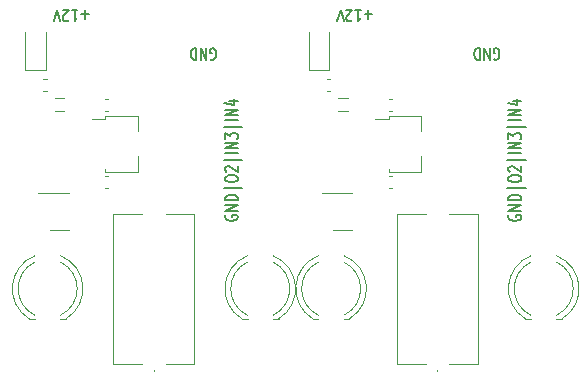
<source format=gbr>
%TF.GenerationSoftware,KiCad,Pcbnew,7.0.10*%
%TF.CreationDate,2025-01-30T23:53:47+01:00*%
%TF.ProjectId,DoublePanel_VCut,446f7562-6c65-4506-916e-656c5f564375,rev?*%
%TF.SameCoordinates,Original*%
%TF.FileFunction,Legend,Top*%
%TF.FilePolarity,Positive*%
%FSLAX46Y46*%
G04 Gerber Fmt 4.6, Leading zero omitted, Abs format (unit mm)*
G04 Created by KiCad (PCBNEW 7.0.10) date 2025-01-30 23:53:47*
%MOMM*%
%LPD*%
G01*
G04 APERTURE LIST*
%ADD10C,0.150000*%
%ADD11C,0.120000*%
%ADD12C,0.100000*%
G04 APERTURE END LIST*
D10*
X154960839Y-20761133D02*
X154351316Y-20761133D01*
X154656077Y-20380180D02*
X154656077Y-21142085D01*
X153551316Y-20380180D02*
X154008459Y-20380180D01*
X153779887Y-20380180D02*
X153779887Y-21380180D01*
X153779887Y-21380180D02*
X153856078Y-21237323D01*
X153856078Y-21237323D02*
X153932268Y-21142085D01*
X153932268Y-21142085D02*
X154008459Y-21094466D01*
X153246554Y-21284942D02*
X153208458Y-21332561D01*
X153208458Y-21332561D02*
X153132268Y-21380180D01*
X153132268Y-21380180D02*
X152941792Y-21380180D01*
X152941792Y-21380180D02*
X152865601Y-21332561D01*
X152865601Y-21332561D02*
X152827506Y-21284942D01*
X152827506Y-21284942D02*
X152789411Y-21189704D01*
X152789411Y-21189704D02*
X152789411Y-21094466D01*
X152789411Y-21094466D02*
X152827506Y-20951609D01*
X152827506Y-20951609D02*
X153284649Y-20380180D01*
X153284649Y-20380180D02*
X152789411Y-20380180D01*
X152560839Y-21380180D02*
X152294172Y-20380180D01*
X152294172Y-20380180D02*
X152027506Y-21380180D01*
X166559961Y-37776554D02*
X166507580Y-37854649D01*
X166507580Y-37854649D02*
X166507580Y-37971792D01*
X166507580Y-37971792D02*
X166559961Y-38088935D01*
X166559961Y-38088935D02*
X166664723Y-38167030D01*
X166664723Y-38167030D02*
X166769485Y-38206077D01*
X166769485Y-38206077D02*
X166979009Y-38245125D01*
X166979009Y-38245125D02*
X167136152Y-38245125D01*
X167136152Y-38245125D02*
X167345676Y-38206077D01*
X167345676Y-38206077D02*
X167450438Y-38167030D01*
X167450438Y-38167030D02*
X167555200Y-38088935D01*
X167555200Y-38088935D02*
X167607580Y-37971792D01*
X167607580Y-37971792D02*
X167607580Y-37893696D01*
X167607580Y-37893696D02*
X167555200Y-37776554D01*
X167555200Y-37776554D02*
X167502819Y-37737506D01*
X167502819Y-37737506D02*
X167136152Y-37737506D01*
X167136152Y-37737506D02*
X167136152Y-37893696D01*
X167607580Y-37386077D02*
X166507580Y-37386077D01*
X166507580Y-37386077D02*
X167607580Y-36917506D01*
X167607580Y-36917506D02*
X166507580Y-36917506D01*
X167607580Y-36527029D02*
X166507580Y-36527029D01*
X166507580Y-36527029D02*
X166507580Y-36331791D01*
X166507580Y-36331791D02*
X166559961Y-36214648D01*
X166559961Y-36214648D02*
X166664723Y-36136553D01*
X166664723Y-36136553D02*
X166769485Y-36097506D01*
X166769485Y-36097506D02*
X166979009Y-36058458D01*
X166979009Y-36058458D02*
X167136152Y-36058458D01*
X167136152Y-36058458D02*
X167345676Y-36097506D01*
X167345676Y-36097506D02*
X167450438Y-36136553D01*
X167450438Y-36136553D02*
X167555200Y-36214648D01*
X167555200Y-36214648D02*
X167607580Y-36331791D01*
X167607580Y-36331791D02*
X167607580Y-36527029D01*
X167974247Y-35511791D02*
X166402819Y-35511791D01*
X166507580Y-34769887D02*
X166507580Y-34613696D01*
X166507580Y-34613696D02*
X166559961Y-34535601D01*
X166559961Y-34535601D02*
X166664723Y-34457506D01*
X166664723Y-34457506D02*
X166874247Y-34418458D01*
X166874247Y-34418458D02*
X167240914Y-34418458D01*
X167240914Y-34418458D02*
X167450438Y-34457506D01*
X167450438Y-34457506D02*
X167555200Y-34535601D01*
X167555200Y-34535601D02*
X167607580Y-34613696D01*
X167607580Y-34613696D02*
X167607580Y-34769887D01*
X167607580Y-34769887D02*
X167555200Y-34847982D01*
X167555200Y-34847982D02*
X167450438Y-34926077D01*
X167450438Y-34926077D02*
X167240914Y-34965125D01*
X167240914Y-34965125D02*
X166874247Y-34965125D01*
X166874247Y-34965125D02*
X166664723Y-34926077D01*
X166664723Y-34926077D02*
X166559961Y-34847982D01*
X166559961Y-34847982D02*
X166507580Y-34769887D01*
X166612342Y-34106077D02*
X166559961Y-34067029D01*
X166559961Y-34067029D02*
X166507580Y-33988934D01*
X166507580Y-33988934D02*
X166507580Y-33793696D01*
X166507580Y-33793696D02*
X166559961Y-33715601D01*
X166559961Y-33715601D02*
X166612342Y-33676553D01*
X166612342Y-33676553D02*
X166717104Y-33637506D01*
X166717104Y-33637506D02*
X166821866Y-33637506D01*
X166821866Y-33637506D02*
X166979009Y-33676553D01*
X166979009Y-33676553D02*
X167607580Y-34145125D01*
X167607580Y-34145125D02*
X167607580Y-33637506D01*
X167974247Y-33090839D02*
X166402819Y-33090839D01*
X167607580Y-32505125D02*
X166507580Y-32505125D01*
X167607580Y-32114649D02*
X166507580Y-32114649D01*
X166507580Y-32114649D02*
X167607580Y-31646078D01*
X167607580Y-31646078D02*
X166507580Y-31646078D01*
X166507580Y-31333697D02*
X166507580Y-30826078D01*
X166507580Y-30826078D02*
X166926628Y-31099411D01*
X166926628Y-31099411D02*
X166926628Y-30982268D01*
X166926628Y-30982268D02*
X166979009Y-30904173D01*
X166979009Y-30904173D02*
X167031390Y-30865125D01*
X167031390Y-30865125D02*
X167136152Y-30826078D01*
X167136152Y-30826078D02*
X167398057Y-30826078D01*
X167398057Y-30826078D02*
X167502819Y-30865125D01*
X167502819Y-30865125D02*
X167555200Y-30904173D01*
X167555200Y-30904173D02*
X167607580Y-30982268D01*
X167607580Y-30982268D02*
X167607580Y-31216554D01*
X167607580Y-31216554D02*
X167555200Y-31294649D01*
X167555200Y-31294649D02*
X167502819Y-31333697D01*
X167974247Y-30279411D02*
X166402819Y-30279411D01*
X167607580Y-29693697D02*
X166507580Y-29693697D01*
X167607580Y-29303221D02*
X166507580Y-29303221D01*
X166507580Y-29303221D02*
X167607580Y-28834650D01*
X167607580Y-28834650D02*
X166507580Y-28834650D01*
X166874247Y-28092745D02*
X167607580Y-28092745D01*
X166455200Y-28287983D02*
X167240914Y-28483221D01*
X167240914Y-28483221D02*
X167240914Y-27975602D01*
X130960839Y-20761133D02*
X130351316Y-20761133D01*
X130656077Y-20380180D02*
X130656077Y-21142085D01*
X129551316Y-20380180D02*
X130008459Y-20380180D01*
X129779887Y-20380180D02*
X129779887Y-21380180D01*
X129779887Y-21380180D02*
X129856078Y-21237323D01*
X129856078Y-21237323D02*
X129932268Y-21142085D01*
X129932268Y-21142085D02*
X130008459Y-21094466D01*
X129246554Y-21284942D02*
X129208458Y-21332561D01*
X129208458Y-21332561D02*
X129132268Y-21380180D01*
X129132268Y-21380180D02*
X128941792Y-21380180D01*
X128941792Y-21380180D02*
X128865601Y-21332561D01*
X128865601Y-21332561D02*
X128827506Y-21284942D01*
X128827506Y-21284942D02*
X128789411Y-21189704D01*
X128789411Y-21189704D02*
X128789411Y-21094466D01*
X128789411Y-21094466D02*
X128827506Y-20951609D01*
X128827506Y-20951609D02*
X129284649Y-20380180D01*
X129284649Y-20380180D02*
X128789411Y-20380180D01*
X128560839Y-21380180D02*
X128294172Y-20380180D01*
X128294172Y-20380180D02*
X128027506Y-21380180D01*
X142559961Y-37776554D02*
X142507580Y-37854649D01*
X142507580Y-37854649D02*
X142507580Y-37971792D01*
X142507580Y-37971792D02*
X142559961Y-38088935D01*
X142559961Y-38088935D02*
X142664723Y-38167030D01*
X142664723Y-38167030D02*
X142769485Y-38206077D01*
X142769485Y-38206077D02*
X142979009Y-38245125D01*
X142979009Y-38245125D02*
X143136152Y-38245125D01*
X143136152Y-38245125D02*
X143345676Y-38206077D01*
X143345676Y-38206077D02*
X143450438Y-38167030D01*
X143450438Y-38167030D02*
X143555200Y-38088935D01*
X143555200Y-38088935D02*
X143607580Y-37971792D01*
X143607580Y-37971792D02*
X143607580Y-37893696D01*
X143607580Y-37893696D02*
X143555200Y-37776554D01*
X143555200Y-37776554D02*
X143502819Y-37737506D01*
X143502819Y-37737506D02*
X143136152Y-37737506D01*
X143136152Y-37737506D02*
X143136152Y-37893696D01*
X143607580Y-37386077D02*
X142507580Y-37386077D01*
X142507580Y-37386077D02*
X143607580Y-36917506D01*
X143607580Y-36917506D02*
X142507580Y-36917506D01*
X143607580Y-36527029D02*
X142507580Y-36527029D01*
X142507580Y-36527029D02*
X142507580Y-36331791D01*
X142507580Y-36331791D02*
X142559961Y-36214648D01*
X142559961Y-36214648D02*
X142664723Y-36136553D01*
X142664723Y-36136553D02*
X142769485Y-36097506D01*
X142769485Y-36097506D02*
X142979009Y-36058458D01*
X142979009Y-36058458D02*
X143136152Y-36058458D01*
X143136152Y-36058458D02*
X143345676Y-36097506D01*
X143345676Y-36097506D02*
X143450438Y-36136553D01*
X143450438Y-36136553D02*
X143555200Y-36214648D01*
X143555200Y-36214648D02*
X143607580Y-36331791D01*
X143607580Y-36331791D02*
X143607580Y-36527029D01*
X143974247Y-35511791D02*
X142402819Y-35511791D01*
X142507580Y-34769887D02*
X142507580Y-34613696D01*
X142507580Y-34613696D02*
X142559961Y-34535601D01*
X142559961Y-34535601D02*
X142664723Y-34457506D01*
X142664723Y-34457506D02*
X142874247Y-34418458D01*
X142874247Y-34418458D02*
X143240914Y-34418458D01*
X143240914Y-34418458D02*
X143450438Y-34457506D01*
X143450438Y-34457506D02*
X143555200Y-34535601D01*
X143555200Y-34535601D02*
X143607580Y-34613696D01*
X143607580Y-34613696D02*
X143607580Y-34769887D01*
X143607580Y-34769887D02*
X143555200Y-34847982D01*
X143555200Y-34847982D02*
X143450438Y-34926077D01*
X143450438Y-34926077D02*
X143240914Y-34965125D01*
X143240914Y-34965125D02*
X142874247Y-34965125D01*
X142874247Y-34965125D02*
X142664723Y-34926077D01*
X142664723Y-34926077D02*
X142559961Y-34847982D01*
X142559961Y-34847982D02*
X142507580Y-34769887D01*
X142612342Y-34106077D02*
X142559961Y-34067029D01*
X142559961Y-34067029D02*
X142507580Y-33988934D01*
X142507580Y-33988934D02*
X142507580Y-33793696D01*
X142507580Y-33793696D02*
X142559961Y-33715601D01*
X142559961Y-33715601D02*
X142612342Y-33676553D01*
X142612342Y-33676553D02*
X142717104Y-33637506D01*
X142717104Y-33637506D02*
X142821866Y-33637506D01*
X142821866Y-33637506D02*
X142979009Y-33676553D01*
X142979009Y-33676553D02*
X143607580Y-34145125D01*
X143607580Y-34145125D02*
X143607580Y-33637506D01*
X143974247Y-33090839D02*
X142402819Y-33090839D01*
X143607580Y-32505125D02*
X142507580Y-32505125D01*
X143607580Y-32114649D02*
X142507580Y-32114649D01*
X142507580Y-32114649D02*
X143607580Y-31646078D01*
X143607580Y-31646078D02*
X142507580Y-31646078D01*
X142507580Y-31333697D02*
X142507580Y-30826078D01*
X142507580Y-30826078D02*
X142926628Y-31099411D01*
X142926628Y-31099411D02*
X142926628Y-30982268D01*
X142926628Y-30982268D02*
X142979009Y-30904173D01*
X142979009Y-30904173D02*
X143031390Y-30865125D01*
X143031390Y-30865125D02*
X143136152Y-30826078D01*
X143136152Y-30826078D02*
X143398057Y-30826078D01*
X143398057Y-30826078D02*
X143502819Y-30865125D01*
X143502819Y-30865125D02*
X143555200Y-30904173D01*
X143555200Y-30904173D02*
X143607580Y-30982268D01*
X143607580Y-30982268D02*
X143607580Y-31216554D01*
X143607580Y-31216554D02*
X143555200Y-31294649D01*
X143555200Y-31294649D02*
X143502819Y-31333697D01*
X143974247Y-30279411D02*
X142402819Y-30279411D01*
X143607580Y-29693697D02*
X142507580Y-29693697D01*
X143607580Y-29303221D02*
X142507580Y-29303221D01*
X142507580Y-29303221D02*
X143607580Y-28834650D01*
X143607580Y-28834650D02*
X142507580Y-28834650D01*
X142874247Y-28092745D02*
X143607580Y-28092745D01*
X142455200Y-28287983D02*
X143240914Y-28483221D01*
X143240914Y-28483221D02*
X143240914Y-27975602D01*
X141291792Y-24582561D02*
X141367982Y-24630180D01*
X141367982Y-24630180D02*
X141482268Y-24630180D01*
X141482268Y-24630180D02*
X141596554Y-24582561D01*
X141596554Y-24582561D02*
X141672744Y-24487323D01*
X141672744Y-24487323D02*
X141710839Y-24392085D01*
X141710839Y-24392085D02*
X141748935Y-24201609D01*
X141748935Y-24201609D02*
X141748935Y-24058752D01*
X141748935Y-24058752D02*
X141710839Y-23868276D01*
X141710839Y-23868276D02*
X141672744Y-23773038D01*
X141672744Y-23773038D02*
X141596554Y-23677800D01*
X141596554Y-23677800D02*
X141482268Y-23630180D01*
X141482268Y-23630180D02*
X141406077Y-23630180D01*
X141406077Y-23630180D02*
X141291792Y-23677800D01*
X141291792Y-23677800D02*
X141253696Y-23725419D01*
X141253696Y-23725419D02*
X141253696Y-24058752D01*
X141253696Y-24058752D02*
X141406077Y-24058752D01*
X140910839Y-23630180D02*
X140910839Y-24630180D01*
X140910839Y-24630180D02*
X140453696Y-23630180D01*
X140453696Y-23630180D02*
X140453696Y-24630180D01*
X140072744Y-23630180D02*
X140072744Y-24630180D01*
X140072744Y-24630180D02*
X139882268Y-24630180D01*
X139882268Y-24630180D02*
X139767982Y-24582561D01*
X139767982Y-24582561D02*
X139691792Y-24487323D01*
X139691792Y-24487323D02*
X139653697Y-24392085D01*
X139653697Y-24392085D02*
X139615601Y-24201609D01*
X139615601Y-24201609D02*
X139615601Y-24058752D01*
X139615601Y-24058752D02*
X139653697Y-23868276D01*
X139653697Y-23868276D02*
X139691792Y-23773038D01*
X139691792Y-23773038D02*
X139767982Y-23677800D01*
X139767982Y-23677800D02*
X139882268Y-23630180D01*
X139882268Y-23630180D02*
X140072744Y-23630180D01*
X165291792Y-24582561D02*
X165367982Y-24630180D01*
X165367982Y-24630180D02*
X165482268Y-24630180D01*
X165482268Y-24630180D02*
X165596554Y-24582561D01*
X165596554Y-24582561D02*
X165672744Y-24487323D01*
X165672744Y-24487323D02*
X165710839Y-24392085D01*
X165710839Y-24392085D02*
X165748935Y-24201609D01*
X165748935Y-24201609D02*
X165748935Y-24058752D01*
X165748935Y-24058752D02*
X165710839Y-23868276D01*
X165710839Y-23868276D02*
X165672744Y-23773038D01*
X165672744Y-23773038D02*
X165596554Y-23677800D01*
X165596554Y-23677800D02*
X165482268Y-23630180D01*
X165482268Y-23630180D02*
X165406077Y-23630180D01*
X165406077Y-23630180D02*
X165291792Y-23677800D01*
X165291792Y-23677800D02*
X165253696Y-23725419D01*
X165253696Y-23725419D02*
X165253696Y-24058752D01*
X165253696Y-24058752D02*
X165406077Y-24058752D01*
X164910839Y-23630180D02*
X164910839Y-24630180D01*
X164910839Y-24630180D02*
X164453696Y-23630180D01*
X164453696Y-23630180D02*
X164453696Y-24630180D01*
X164072744Y-23630180D02*
X164072744Y-24630180D01*
X164072744Y-24630180D02*
X163882268Y-24630180D01*
X163882268Y-24630180D02*
X163767982Y-24582561D01*
X163767982Y-24582561D02*
X163691792Y-24487323D01*
X163691792Y-24487323D02*
X163653697Y-24392085D01*
X163653697Y-24392085D02*
X163615601Y-24201609D01*
X163615601Y-24201609D02*
X163615601Y-24058752D01*
X163615601Y-24058752D02*
X163653697Y-23868276D01*
X163653697Y-23868276D02*
X163691792Y-23773038D01*
X163691792Y-23773038D02*
X163767982Y-23677800D01*
X163767982Y-23677800D02*
X163882268Y-23630180D01*
X163882268Y-23630180D02*
X164072744Y-23630180D01*
D11*
%TO.C,D3*%
X143955000Y-46560000D02*
X144420000Y-46560000D01*
X146580000Y-46560000D02*
X147045000Y-46560000D01*
X144419173Y-41212186D02*
G75*
G03*
X143955170Y-46559999I1080827J-2787814D01*
G01*
X144419572Y-41745522D02*
G75*
G03*
X144420000Y-46254683I1080428J-2254478D01*
G01*
X146580000Y-46254684D02*
G75*
G03*
X146580429Y-41745521I-1080000J2254684D01*
G01*
X147044830Y-46560000D02*
G75*
G03*
X146580827Y-41212185I-1544831J2560000D01*
G01*
%TO.C,D1*%
X149955000Y-46560000D02*
X150420000Y-46560000D01*
X152580000Y-46560000D02*
X153045000Y-46560000D01*
X150419173Y-41212186D02*
G75*
G03*
X149955170Y-46559999I1080827J-2787814D01*
G01*
X150419572Y-41745522D02*
G75*
G03*
X150420000Y-46254683I1080428J-2254478D01*
G01*
X152580000Y-46254684D02*
G75*
G03*
X152580429Y-41745521I-1080000J2254684D01*
G01*
X153044830Y-46560000D02*
G75*
G03*
X152580827Y-41212185I-1544831J2560000D01*
G01*
%TO.C,D3*%
X167955000Y-46560000D02*
X168420000Y-46560000D01*
X170580000Y-46560000D02*
X171045000Y-46560000D01*
X168419173Y-41212186D02*
G75*
G03*
X167955170Y-46559999I1080827J-2787814D01*
G01*
X168419572Y-41745522D02*
G75*
G03*
X168420000Y-46254683I1080428J-2254478D01*
G01*
X170580000Y-46254684D02*
G75*
G03*
X170580429Y-41745521I-1080000J2254684D01*
G01*
X171044830Y-46560000D02*
G75*
G03*
X170580827Y-41212185I-1544831J2560000D01*
G01*
%TO.C,D1*%
X125955000Y-46560000D02*
X126420000Y-46560000D01*
X128580000Y-46560000D02*
X129045000Y-46560000D01*
X126419173Y-41212186D02*
G75*
G03*
X125955170Y-46559999I1080827J-2787814D01*
G01*
X126419572Y-41745522D02*
G75*
G03*
X126420000Y-46254683I1080428J-2254478D01*
G01*
X128580000Y-46254684D02*
G75*
G03*
X128580429Y-41745521I-1080000J2254684D01*
G01*
X129044830Y-46560000D02*
G75*
G03*
X128580827Y-41212185I-1544831J2560000D01*
G01*
%TO.C,C2*%
X156359420Y-34490000D02*
X156640580Y-34490000D01*
X156359420Y-35510000D02*
X156640580Y-35510000D01*
D12*
%TO.C,S1*%
X136500000Y-51000000D02*
X136500000Y-51000000D01*
X136500000Y-50900000D02*
X136500000Y-50900000D01*
X133070000Y-50350000D02*
X133070000Y-37650000D01*
X135500000Y-50350000D02*
X133070000Y-50350000D01*
X137500000Y-50350000D02*
X139930000Y-50350000D01*
X139930000Y-50350000D02*
X139930000Y-37650000D01*
X133070000Y-37650000D02*
X135500000Y-37650000D01*
X139930000Y-37650000D02*
X137500000Y-37650000D01*
X136500000Y-50900000D02*
G75*
G03*
X136500000Y-51000000I0J-50000D01*
G01*
X136500000Y-51000000D02*
G75*
G03*
X136500000Y-50900000I0J50000D01*
G01*
D11*
%TO.C,U1*%
X131250000Y-29609000D02*
X132390000Y-29609000D01*
X132390000Y-29379000D02*
X132390000Y-29609000D01*
X132390000Y-29379000D02*
X135110000Y-29379000D01*
X132390000Y-34099000D02*
X132390000Y-33869000D01*
X135110000Y-29379000D02*
X135110000Y-30689000D01*
X135110000Y-32789000D02*
X135110000Y-34099000D01*
X135110000Y-34099000D02*
X132390000Y-34099000D01*
X155250000Y-29609000D02*
X156390000Y-29609000D01*
X156390000Y-29379000D02*
X156390000Y-29609000D01*
X156390000Y-29379000D02*
X159110000Y-29379000D01*
X156390000Y-34099000D02*
X156390000Y-33869000D01*
X159110000Y-29379000D02*
X159110000Y-30689000D01*
X159110000Y-32789000D02*
X159110000Y-34099000D01*
X159110000Y-34099000D02*
X156390000Y-34099000D01*
%TO.C,D2*%
X125620000Y-25510000D02*
X127320000Y-25510000D01*
X125620000Y-25510000D02*
X125620000Y-22250000D01*
X127320000Y-25510000D02*
X127320000Y-22250000D01*
%TO.C,L1*%
X152100378Y-27878000D02*
X152899622Y-27878000D01*
X152100378Y-28998000D02*
X152899622Y-28998000D01*
%TO.C,C1*%
X132359420Y-27928000D02*
X132640580Y-27928000D01*
X132359420Y-28948000D02*
X132640580Y-28948000D01*
%TO.C,U2*%
X128500000Y-35940000D02*
X126700000Y-35940000D01*
X128500000Y-35940000D02*
X129300000Y-35940000D01*
X128500000Y-39060000D02*
X127700000Y-39060000D01*
X128500000Y-39060000D02*
X129300000Y-39060000D01*
%TO.C,C3*%
X127132420Y-26277000D02*
X127413580Y-26277000D01*
X127132420Y-27297000D02*
X127413580Y-27297000D01*
%TO.C,C2*%
X132359420Y-34490000D02*
X132640580Y-34490000D01*
X132359420Y-35510000D02*
X132640580Y-35510000D01*
%TO.C,L1*%
X128100378Y-27878000D02*
X128899622Y-27878000D01*
X128100378Y-28998000D02*
X128899622Y-28998000D01*
D12*
%TO.C,S1*%
X160500000Y-51000000D02*
X160500000Y-51000000D01*
X160500000Y-50900000D02*
X160500000Y-50900000D01*
X157070000Y-50350000D02*
X157070000Y-37650000D01*
X159500000Y-50350000D02*
X157070000Y-50350000D01*
X161500000Y-50350000D02*
X163930000Y-50350000D01*
X163930000Y-50350000D02*
X163930000Y-37650000D01*
X157070000Y-37650000D02*
X159500000Y-37650000D01*
X163930000Y-37650000D02*
X161500000Y-37650000D01*
X160500000Y-50900000D02*
G75*
G03*
X160500000Y-51000000I0J-50000D01*
G01*
X160500000Y-51000000D02*
G75*
G03*
X160500000Y-50900000I0J50000D01*
G01*
D11*
%TO.C,C1*%
X156359420Y-27928000D02*
X156640580Y-27928000D01*
X156359420Y-28948000D02*
X156640580Y-28948000D01*
%TO.C,D2*%
X149620000Y-25510000D02*
X151320000Y-25510000D01*
X149620000Y-25510000D02*
X149620000Y-22250000D01*
X151320000Y-25510000D02*
X151320000Y-22250000D01*
%TO.C,C3*%
X151132420Y-26277000D02*
X151413580Y-26277000D01*
X151132420Y-27297000D02*
X151413580Y-27297000D01*
%TO.C,U2*%
X152500000Y-35940000D02*
X150700000Y-35940000D01*
X152500000Y-35940000D02*
X153300000Y-35940000D01*
X152500000Y-39060000D02*
X151700000Y-39060000D01*
X152500000Y-39060000D02*
X153300000Y-39060000D01*
%TD*%
M02*

</source>
